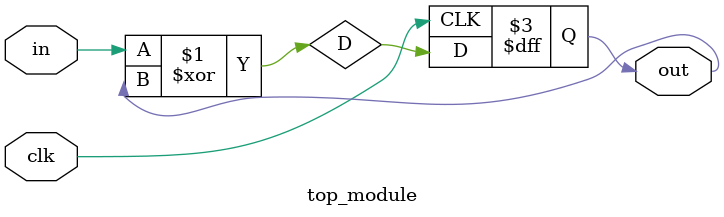
<source format=sv>
module top_module (
    input clk,
    input in, 
    output out);

    wire D;
    assign D = in ^ out;

    always_ff @(posedge clk)
        out <= D;
endmodule

</source>
